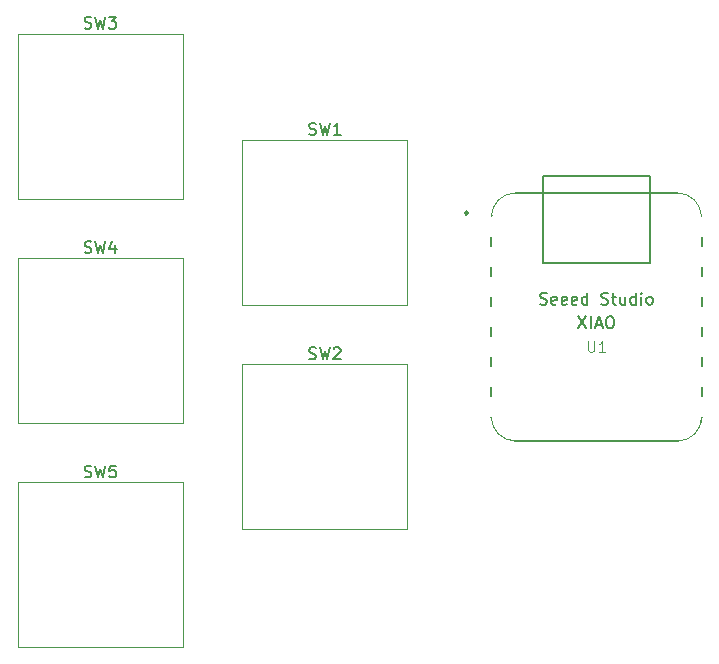
<source format=gbr>
%TF.GenerationSoftware,KiCad,Pcbnew,8.0.6*%
%TF.CreationDate,2024-10-22T13:33:25+08:00*%
%TF.ProjectId,Hackpad,4861636b-7061-4642-9e6b-696361645f70,rev?*%
%TF.SameCoordinates,Original*%
%TF.FileFunction,Legend,Top*%
%TF.FilePolarity,Positive*%
%FSLAX46Y46*%
G04 Gerber Fmt 4.6, Leading zero omitted, Abs format (unit mm)*
G04 Created by KiCad (PCBNEW 8.0.6) date 2024-10-22 13:33:25*
%MOMM*%
%LPD*%
G01*
G04 APERTURE LIST*
%ADD10C,0.150000*%
%ADD11C,0.101600*%
%ADD12C,0.120000*%
%ADD13C,0.127000*%
%ADD14C,0.254000*%
%ADD15C,0.025400*%
%ADD16C,1.700000*%
%ADD17C,4.000000*%
%ADD18C,2.200000*%
%ADD19R,3.500000X1.700000*%
%ADD20O,3.600000X1.700000*%
%ADD21O,3.700000X1.700000*%
G04 APERTURE END LIST*
D10*
X80666667Y-41533200D02*
X80809524Y-41580819D01*
X80809524Y-41580819D02*
X81047619Y-41580819D01*
X81047619Y-41580819D02*
X81142857Y-41533200D01*
X81142857Y-41533200D02*
X81190476Y-41485580D01*
X81190476Y-41485580D02*
X81238095Y-41390342D01*
X81238095Y-41390342D02*
X81238095Y-41295104D01*
X81238095Y-41295104D02*
X81190476Y-41199866D01*
X81190476Y-41199866D02*
X81142857Y-41152247D01*
X81142857Y-41152247D02*
X81047619Y-41104628D01*
X81047619Y-41104628D02*
X80857143Y-41057009D01*
X80857143Y-41057009D02*
X80761905Y-41009390D01*
X80761905Y-41009390D02*
X80714286Y-40961771D01*
X80714286Y-40961771D02*
X80666667Y-40866533D01*
X80666667Y-40866533D02*
X80666667Y-40771295D01*
X80666667Y-40771295D02*
X80714286Y-40676057D01*
X80714286Y-40676057D02*
X80761905Y-40628438D01*
X80761905Y-40628438D02*
X80857143Y-40580819D01*
X80857143Y-40580819D02*
X81095238Y-40580819D01*
X81095238Y-40580819D02*
X81238095Y-40628438D01*
X81571429Y-40580819D02*
X81809524Y-41580819D01*
X81809524Y-41580819D02*
X82000000Y-40866533D01*
X82000000Y-40866533D02*
X82190476Y-41580819D01*
X82190476Y-41580819D02*
X82428572Y-40580819D01*
X82714286Y-40580819D02*
X83333333Y-40580819D01*
X83333333Y-40580819D02*
X83000000Y-40961771D01*
X83000000Y-40961771D02*
X83142857Y-40961771D01*
X83142857Y-40961771D02*
X83238095Y-41009390D01*
X83238095Y-41009390D02*
X83285714Y-41057009D01*
X83285714Y-41057009D02*
X83333333Y-41152247D01*
X83333333Y-41152247D02*
X83333333Y-41390342D01*
X83333333Y-41390342D02*
X83285714Y-41485580D01*
X83285714Y-41485580D02*
X83238095Y-41533200D01*
X83238095Y-41533200D02*
X83142857Y-41580819D01*
X83142857Y-41580819D02*
X82857143Y-41580819D01*
X82857143Y-41580819D02*
X82761905Y-41533200D01*
X82761905Y-41533200D02*
X82714286Y-41485580D01*
D11*
X123322666Y-68056985D02*
X123322666Y-68776652D01*
X123322666Y-68776652D02*
X123365000Y-68861318D01*
X123365000Y-68861318D02*
X123407333Y-68903652D01*
X123407333Y-68903652D02*
X123492000Y-68945985D01*
X123492000Y-68945985D02*
X123661333Y-68945985D01*
X123661333Y-68945985D02*
X123746000Y-68903652D01*
X123746000Y-68903652D02*
X123788333Y-68861318D01*
X123788333Y-68861318D02*
X123830666Y-68776652D01*
X123830666Y-68776652D02*
X123830666Y-68056985D01*
X124719666Y-68945985D02*
X124211666Y-68945985D01*
X124465666Y-68945985D02*
X124465666Y-68056985D01*
X124465666Y-68056985D02*
X124380999Y-68183985D01*
X124380999Y-68183985D02*
X124296333Y-68268652D01*
X124296333Y-68268652D02*
X124211666Y-68310985D01*
D10*
X119238095Y-64907200D02*
X119380952Y-64954819D01*
X119380952Y-64954819D02*
X119619047Y-64954819D01*
X119619047Y-64954819D02*
X119714285Y-64907200D01*
X119714285Y-64907200D02*
X119761904Y-64859580D01*
X119761904Y-64859580D02*
X119809523Y-64764342D01*
X119809523Y-64764342D02*
X119809523Y-64669104D01*
X119809523Y-64669104D02*
X119761904Y-64573866D01*
X119761904Y-64573866D02*
X119714285Y-64526247D01*
X119714285Y-64526247D02*
X119619047Y-64478628D01*
X119619047Y-64478628D02*
X119428571Y-64431009D01*
X119428571Y-64431009D02*
X119333333Y-64383390D01*
X119333333Y-64383390D02*
X119285714Y-64335771D01*
X119285714Y-64335771D02*
X119238095Y-64240533D01*
X119238095Y-64240533D02*
X119238095Y-64145295D01*
X119238095Y-64145295D02*
X119285714Y-64050057D01*
X119285714Y-64050057D02*
X119333333Y-64002438D01*
X119333333Y-64002438D02*
X119428571Y-63954819D01*
X119428571Y-63954819D02*
X119666666Y-63954819D01*
X119666666Y-63954819D02*
X119809523Y-64002438D01*
X120619047Y-64907200D02*
X120523809Y-64954819D01*
X120523809Y-64954819D02*
X120333333Y-64954819D01*
X120333333Y-64954819D02*
X120238095Y-64907200D01*
X120238095Y-64907200D02*
X120190476Y-64811961D01*
X120190476Y-64811961D02*
X120190476Y-64431009D01*
X120190476Y-64431009D02*
X120238095Y-64335771D01*
X120238095Y-64335771D02*
X120333333Y-64288152D01*
X120333333Y-64288152D02*
X120523809Y-64288152D01*
X120523809Y-64288152D02*
X120619047Y-64335771D01*
X120619047Y-64335771D02*
X120666666Y-64431009D01*
X120666666Y-64431009D02*
X120666666Y-64526247D01*
X120666666Y-64526247D02*
X120190476Y-64621485D01*
X121476190Y-64907200D02*
X121380952Y-64954819D01*
X121380952Y-64954819D02*
X121190476Y-64954819D01*
X121190476Y-64954819D02*
X121095238Y-64907200D01*
X121095238Y-64907200D02*
X121047619Y-64811961D01*
X121047619Y-64811961D02*
X121047619Y-64431009D01*
X121047619Y-64431009D02*
X121095238Y-64335771D01*
X121095238Y-64335771D02*
X121190476Y-64288152D01*
X121190476Y-64288152D02*
X121380952Y-64288152D01*
X121380952Y-64288152D02*
X121476190Y-64335771D01*
X121476190Y-64335771D02*
X121523809Y-64431009D01*
X121523809Y-64431009D02*
X121523809Y-64526247D01*
X121523809Y-64526247D02*
X121047619Y-64621485D01*
X122333333Y-64907200D02*
X122238095Y-64954819D01*
X122238095Y-64954819D02*
X122047619Y-64954819D01*
X122047619Y-64954819D02*
X121952381Y-64907200D01*
X121952381Y-64907200D02*
X121904762Y-64811961D01*
X121904762Y-64811961D02*
X121904762Y-64431009D01*
X121904762Y-64431009D02*
X121952381Y-64335771D01*
X121952381Y-64335771D02*
X122047619Y-64288152D01*
X122047619Y-64288152D02*
X122238095Y-64288152D01*
X122238095Y-64288152D02*
X122333333Y-64335771D01*
X122333333Y-64335771D02*
X122380952Y-64431009D01*
X122380952Y-64431009D02*
X122380952Y-64526247D01*
X122380952Y-64526247D02*
X121904762Y-64621485D01*
X123238095Y-64954819D02*
X123238095Y-63954819D01*
X123238095Y-64907200D02*
X123142857Y-64954819D01*
X123142857Y-64954819D02*
X122952381Y-64954819D01*
X122952381Y-64954819D02*
X122857143Y-64907200D01*
X122857143Y-64907200D02*
X122809524Y-64859580D01*
X122809524Y-64859580D02*
X122761905Y-64764342D01*
X122761905Y-64764342D02*
X122761905Y-64478628D01*
X122761905Y-64478628D02*
X122809524Y-64383390D01*
X122809524Y-64383390D02*
X122857143Y-64335771D01*
X122857143Y-64335771D02*
X122952381Y-64288152D01*
X122952381Y-64288152D02*
X123142857Y-64288152D01*
X123142857Y-64288152D02*
X123238095Y-64335771D01*
X124428572Y-64907200D02*
X124571429Y-64954819D01*
X124571429Y-64954819D02*
X124809524Y-64954819D01*
X124809524Y-64954819D02*
X124904762Y-64907200D01*
X124904762Y-64907200D02*
X124952381Y-64859580D01*
X124952381Y-64859580D02*
X125000000Y-64764342D01*
X125000000Y-64764342D02*
X125000000Y-64669104D01*
X125000000Y-64669104D02*
X124952381Y-64573866D01*
X124952381Y-64573866D02*
X124904762Y-64526247D01*
X124904762Y-64526247D02*
X124809524Y-64478628D01*
X124809524Y-64478628D02*
X124619048Y-64431009D01*
X124619048Y-64431009D02*
X124523810Y-64383390D01*
X124523810Y-64383390D02*
X124476191Y-64335771D01*
X124476191Y-64335771D02*
X124428572Y-64240533D01*
X124428572Y-64240533D02*
X124428572Y-64145295D01*
X124428572Y-64145295D02*
X124476191Y-64050057D01*
X124476191Y-64050057D02*
X124523810Y-64002438D01*
X124523810Y-64002438D02*
X124619048Y-63954819D01*
X124619048Y-63954819D02*
X124857143Y-63954819D01*
X124857143Y-63954819D02*
X125000000Y-64002438D01*
X125285715Y-64288152D02*
X125666667Y-64288152D01*
X125428572Y-63954819D02*
X125428572Y-64811961D01*
X125428572Y-64811961D02*
X125476191Y-64907200D01*
X125476191Y-64907200D02*
X125571429Y-64954819D01*
X125571429Y-64954819D02*
X125666667Y-64954819D01*
X126428572Y-64288152D02*
X126428572Y-64954819D01*
X126000001Y-64288152D02*
X126000001Y-64811961D01*
X126000001Y-64811961D02*
X126047620Y-64907200D01*
X126047620Y-64907200D02*
X126142858Y-64954819D01*
X126142858Y-64954819D02*
X126285715Y-64954819D01*
X126285715Y-64954819D02*
X126380953Y-64907200D01*
X126380953Y-64907200D02*
X126428572Y-64859580D01*
X127333334Y-64954819D02*
X127333334Y-63954819D01*
X127333334Y-64907200D02*
X127238096Y-64954819D01*
X127238096Y-64954819D02*
X127047620Y-64954819D01*
X127047620Y-64954819D02*
X126952382Y-64907200D01*
X126952382Y-64907200D02*
X126904763Y-64859580D01*
X126904763Y-64859580D02*
X126857144Y-64764342D01*
X126857144Y-64764342D02*
X126857144Y-64478628D01*
X126857144Y-64478628D02*
X126904763Y-64383390D01*
X126904763Y-64383390D02*
X126952382Y-64335771D01*
X126952382Y-64335771D02*
X127047620Y-64288152D01*
X127047620Y-64288152D02*
X127238096Y-64288152D01*
X127238096Y-64288152D02*
X127333334Y-64335771D01*
X127809525Y-64954819D02*
X127809525Y-64288152D01*
X127809525Y-63954819D02*
X127761906Y-64002438D01*
X127761906Y-64002438D02*
X127809525Y-64050057D01*
X127809525Y-64050057D02*
X127857144Y-64002438D01*
X127857144Y-64002438D02*
X127809525Y-63954819D01*
X127809525Y-63954819D02*
X127809525Y-64050057D01*
X128428572Y-64954819D02*
X128333334Y-64907200D01*
X128333334Y-64907200D02*
X128285715Y-64859580D01*
X128285715Y-64859580D02*
X128238096Y-64764342D01*
X128238096Y-64764342D02*
X128238096Y-64478628D01*
X128238096Y-64478628D02*
X128285715Y-64383390D01*
X128285715Y-64383390D02*
X128333334Y-64335771D01*
X128333334Y-64335771D02*
X128428572Y-64288152D01*
X128428572Y-64288152D02*
X128571429Y-64288152D01*
X128571429Y-64288152D02*
X128666667Y-64335771D01*
X128666667Y-64335771D02*
X128714286Y-64383390D01*
X128714286Y-64383390D02*
X128761905Y-64478628D01*
X128761905Y-64478628D02*
X128761905Y-64764342D01*
X128761905Y-64764342D02*
X128714286Y-64859580D01*
X128714286Y-64859580D02*
X128666667Y-64907200D01*
X128666667Y-64907200D02*
X128571429Y-64954819D01*
X128571429Y-64954819D02*
X128428572Y-64954819D01*
X122476191Y-65954819D02*
X123142857Y-66954819D01*
X123142857Y-65954819D02*
X122476191Y-66954819D01*
X123523810Y-66954819D02*
X123523810Y-65954819D01*
X123952381Y-66669104D02*
X124428571Y-66669104D01*
X123857143Y-66954819D02*
X124190476Y-65954819D01*
X124190476Y-65954819D02*
X124523809Y-66954819D01*
X125047619Y-65954819D02*
X125238095Y-65954819D01*
X125238095Y-65954819D02*
X125333333Y-66002438D01*
X125333333Y-66002438D02*
X125428571Y-66097676D01*
X125428571Y-66097676D02*
X125476190Y-66288152D01*
X125476190Y-66288152D02*
X125476190Y-66621485D01*
X125476190Y-66621485D02*
X125428571Y-66811961D01*
X125428571Y-66811961D02*
X125333333Y-66907200D01*
X125333333Y-66907200D02*
X125238095Y-66954819D01*
X125238095Y-66954819D02*
X125047619Y-66954819D01*
X125047619Y-66954819D02*
X124952381Y-66907200D01*
X124952381Y-66907200D02*
X124857143Y-66811961D01*
X124857143Y-66811961D02*
X124809524Y-66621485D01*
X124809524Y-66621485D02*
X124809524Y-66288152D01*
X124809524Y-66288152D02*
X124857143Y-66097676D01*
X124857143Y-66097676D02*
X124952381Y-66002438D01*
X124952381Y-66002438D02*
X125047619Y-65954819D01*
X99666667Y-50533200D02*
X99809524Y-50580819D01*
X99809524Y-50580819D02*
X100047619Y-50580819D01*
X100047619Y-50580819D02*
X100142857Y-50533200D01*
X100142857Y-50533200D02*
X100190476Y-50485580D01*
X100190476Y-50485580D02*
X100238095Y-50390342D01*
X100238095Y-50390342D02*
X100238095Y-50295104D01*
X100238095Y-50295104D02*
X100190476Y-50199866D01*
X100190476Y-50199866D02*
X100142857Y-50152247D01*
X100142857Y-50152247D02*
X100047619Y-50104628D01*
X100047619Y-50104628D02*
X99857143Y-50057009D01*
X99857143Y-50057009D02*
X99761905Y-50009390D01*
X99761905Y-50009390D02*
X99714286Y-49961771D01*
X99714286Y-49961771D02*
X99666667Y-49866533D01*
X99666667Y-49866533D02*
X99666667Y-49771295D01*
X99666667Y-49771295D02*
X99714286Y-49676057D01*
X99714286Y-49676057D02*
X99761905Y-49628438D01*
X99761905Y-49628438D02*
X99857143Y-49580819D01*
X99857143Y-49580819D02*
X100095238Y-49580819D01*
X100095238Y-49580819D02*
X100238095Y-49628438D01*
X100571429Y-49580819D02*
X100809524Y-50580819D01*
X100809524Y-50580819D02*
X101000000Y-49866533D01*
X101000000Y-49866533D02*
X101190476Y-50580819D01*
X101190476Y-50580819D02*
X101428572Y-49580819D01*
X102333333Y-50580819D02*
X101761905Y-50580819D01*
X102047619Y-50580819D02*
X102047619Y-49580819D01*
X102047619Y-49580819D02*
X101952381Y-49723676D01*
X101952381Y-49723676D02*
X101857143Y-49818914D01*
X101857143Y-49818914D02*
X101761905Y-49866533D01*
X80666667Y-79533200D02*
X80809524Y-79580819D01*
X80809524Y-79580819D02*
X81047619Y-79580819D01*
X81047619Y-79580819D02*
X81142857Y-79533200D01*
X81142857Y-79533200D02*
X81190476Y-79485580D01*
X81190476Y-79485580D02*
X81238095Y-79390342D01*
X81238095Y-79390342D02*
X81238095Y-79295104D01*
X81238095Y-79295104D02*
X81190476Y-79199866D01*
X81190476Y-79199866D02*
X81142857Y-79152247D01*
X81142857Y-79152247D02*
X81047619Y-79104628D01*
X81047619Y-79104628D02*
X80857143Y-79057009D01*
X80857143Y-79057009D02*
X80761905Y-79009390D01*
X80761905Y-79009390D02*
X80714286Y-78961771D01*
X80714286Y-78961771D02*
X80666667Y-78866533D01*
X80666667Y-78866533D02*
X80666667Y-78771295D01*
X80666667Y-78771295D02*
X80714286Y-78676057D01*
X80714286Y-78676057D02*
X80761905Y-78628438D01*
X80761905Y-78628438D02*
X80857143Y-78580819D01*
X80857143Y-78580819D02*
X81095238Y-78580819D01*
X81095238Y-78580819D02*
X81238095Y-78628438D01*
X81571429Y-78580819D02*
X81809524Y-79580819D01*
X81809524Y-79580819D02*
X82000000Y-78866533D01*
X82000000Y-78866533D02*
X82190476Y-79580819D01*
X82190476Y-79580819D02*
X82428572Y-78580819D01*
X83285714Y-78580819D02*
X82809524Y-78580819D01*
X82809524Y-78580819D02*
X82761905Y-79057009D01*
X82761905Y-79057009D02*
X82809524Y-79009390D01*
X82809524Y-79009390D02*
X82904762Y-78961771D01*
X82904762Y-78961771D02*
X83142857Y-78961771D01*
X83142857Y-78961771D02*
X83238095Y-79009390D01*
X83238095Y-79009390D02*
X83285714Y-79057009D01*
X83285714Y-79057009D02*
X83333333Y-79152247D01*
X83333333Y-79152247D02*
X83333333Y-79390342D01*
X83333333Y-79390342D02*
X83285714Y-79485580D01*
X83285714Y-79485580D02*
X83238095Y-79533200D01*
X83238095Y-79533200D02*
X83142857Y-79580819D01*
X83142857Y-79580819D02*
X82904762Y-79580819D01*
X82904762Y-79580819D02*
X82809524Y-79533200D01*
X82809524Y-79533200D02*
X82761905Y-79485580D01*
X99666667Y-69533200D02*
X99809524Y-69580819D01*
X99809524Y-69580819D02*
X100047619Y-69580819D01*
X100047619Y-69580819D02*
X100142857Y-69533200D01*
X100142857Y-69533200D02*
X100190476Y-69485580D01*
X100190476Y-69485580D02*
X100238095Y-69390342D01*
X100238095Y-69390342D02*
X100238095Y-69295104D01*
X100238095Y-69295104D02*
X100190476Y-69199866D01*
X100190476Y-69199866D02*
X100142857Y-69152247D01*
X100142857Y-69152247D02*
X100047619Y-69104628D01*
X100047619Y-69104628D02*
X99857143Y-69057009D01*
X99857143Y-69057009D02*
X99761905Y-69009390D01*
X99761905Y-69009390D02*
X99714286Y-68961771D01*
X99714286Y-68961771D02*
X99666667Y-68866533D01*
X99666667Y-68866533D02*
X99666667Y-68771295D01*
X99666667Y-68771295D02*
X99714286Y-68676057D01*
X99714286Y-68676057D02*
X99761905Y-68628438D01*
X99761905Y-68628438D02*
X99857143Y-68580819D01*
X99857143Y-68580819D02*
X100095238Y-68580819D01*
X100095238Y-68580819D02*
X100238095Y-68628438D01*
X100571429Y-68580819D02*
X100809524Y-69580819D01*
X100809524Y-69580819D02*
X101000000Y-68866533D01*
X101000000Y-68866533D02*
X101190476Y-69580819D01*
X101190476Y-69580819D02*
X101428572Y-68580819D01*
X101761905Y-68676057D02*
X101809524Y-68628438D01*
X101809524Y-68628438D02*
X101904762Y-68580819D01*
X101904762Y-68580819D02*
X102142857Y-68580819D01*
X102142857Y-68580819D02*
X102238095Y-68628438D01*
X102238095Y-68628438D02*
X102285714Y-68676057D01*
X102285714Y-68676057D02*
X102333333Y-68771295D01*
X102333333Y-68771295D02*
X102333333Y-68866533D01*
X102333333Y-68866533D02*
X102285714Y-69009390D01*
X102285714Y-69009390D02*
X101714286Y-69580819D01*
X101714286Y-69580819D02*
X102333333Y-69580819D01*
X80666667Y-60533200D02*
X80809524Y-60580819D01*
X80809524Y-60580819D02*
X81047619Y-60580819D01*
X81047619Y-60580819D02*
X81142857Y-60533200D01*
X81142857Y-60533200D02*
X81190476Y-60485580D01*
X81190476Y-60485580D02*
X81238095Y-60390342D01*
X81238095Y-60390342D02*
X81238095Y-60295104D01*
X81238095Y-60295104D02*
X81190476Y-60199866D01*
X81190476Y-60199866D02*
X81142857Y-60152247D01*
X81142857Y-60152247D02*
X81047619Y-60104628D01*
X81047619Y-60104628D02*
X80857143Y-60057009D01*
X80857143Y-60057009D02*
X80761905Y-60009390D01*
X80761905Y-60009390D02*
X80714286Y-59961771D01*
X80714286Y-59961771D02*
X80666667Y-59866533D01*
X80666667Y-59866533D02*
X80666667Y-59771295D01*
X80666667Y-59771295D02*
X80714286Y-59676057D01*
X80714286Y-59676057D02*
X80761905Y-59628438D01*
X80761905Y-59628438D02*
X80857143Y-59580819D01*
X80857143Y-59580819D02*
X81095238Y-59580819D01*
X81095238Y-59580819D02*
X81238095Y-59628438D01*
X81571429Y-59580819D02*
X81809524Y-60580819D01*
X81809524Y-60580819D02*
X82000000Y-59866533D01*
X82000000Y-59866533D02*
X82190476Y-60580819D01*
X82190476Y-60580819D02*
X82428572Y-59580819D01*
X83238095Y-59914152D02*
X83238095Y-60580819D01*
X83000000Y-59533200D02*
X82761905Y-60247485D01*
X82761905Y-60247485D02*
X83380952Y-60247485D01*
D12*
%TO.C,SW3*%
X75015000Y-42015000D02*
X88985000Y-42015000D01*
X75015000Y-55985000D02*
X75015000Y-42015000D01*
X88985000Y-42015000D02*
X88985000Y-55985000D01*
X88985000Y-55985000D02*
X75015000Y-55985000D01*
D13*
%TO.C,U1*%
X115100000Y-57500000D02*
X115100000Y-74500000D01*
X117100000Y-76500000D02*
X130900000Y-76500000D01*
X119500000Y-54075970D02*
X128500000Y-54075970D01*
X119500000Y-61429270D02*
X119500000Y-54075970D01*
X128500000Y-54075970D02*
X128500000Y-61429270D01*
X128500000Y-61429270D02*
X119500000Y-61429270D01*
X130900000Y-55500910D02*
X117100000Y-55500910D01*
X132900000Y-74500000D02*
X132900000Y-57500000D01*
D12*
X115100000Y-57500000D02*
G75*
G02*
X117100000Y-55500000I2044612J-44612D01*
G01*
X117100000Y-76500000D02*
G75*
G02*
X115100000Y-74500000I44857J2044857D01*
G01*
X130900000Y-55500000D02*
G75*
G02*
X132900000Y-57500000I-44600J-2044600D01*
G01*
X132900000Y-74500000D02*
G75*
G02*
X130900000Y-76500000I-2000000J0D01*
G01*
D14*
X113127000Y-57200000D02*
G75*
G02*
X112873000Y-57200000I-127000J0D01*
G01*
X112873000Y-57200000D02*
G75*
G02*
X113127000Y-57200000I127000J0D01*
G01*
D15*
X115112285Y-57438295D02*
X115115333Y-57389527D01*
X115119397Y-57340506D01*
X115112285Y-57438295D01*
X132887713Y-74570850D02*
X132884665Y-74619618D01*
X132880601Y-74668639D01*
X132875268Y-74717407D01*
X132868664Y-74766175D01*
X132861044Y-74814690D01*
X132852153Y-74862950D01*
X132842248Y-74910955D01*
X132889492Y-74521574D01*
X132887713Y-74570850D01*
D12*
%TO.C,SW1*%
X94015000Y-51015000D02*
X107985000Y-51015000D01*
X94015000Y-64985000D02*
X94015000Y-51015000D01*
X107985000Y-51015000D02*
X107985000Y-64985000D01*
X107985000Y-64985000D02*
X94015000Y-64985000D01*
%TO.C,SW5*%
X75015000Y-80015000D02*
X88985000Y-80015000D01*
X75015000Y-93985000D02*
X75015000Y-80015000D01*
X88985000Y-80015000D02*
X88985000Y-93985000D01*
X88985000Y-93985000D02*
X75015000Y-93985000D01*
%TO.C,SW2*%
X94015000Y-70015000D02*
X107985000Y-70015000D01*
X94015000Y-83985000D02*
X94015000Y-70015000D01*
X107985000Y-70015000D02*
X107985000Y-83985000D01*
X107985000Y-83985000D02*
X94015000Y-83985000D01*
%TO.C,SW4*%
X75015000Y-61015000D02*
X88985000Y-61015000D01*
X75015000Y-74985000D02*
X75015000Y-61015000D01*
X88985000Y-61015000D02*
X88985000Y-74985000D01*
X88985000Y-74985000D02*
X75015000Y-74985000D01*
%TD*%
%LPC*%
D16*
%TO.C,SW3*%
X76920000Y-49000000D03*
D17*
X82000000Y-49000000D03*
D16*
X87080000Y-49000000D03*
D18*
X84540000Y-43920000D03*
X78190000Y-46460000D03*
%TD*%
D19*
%TO.C,U1*%
X115375000Y-58380000D03*
D20*
X115375000Y-60920000D03*
X115375000Y-63460000D03*
X115375000Y-66000000D03*
X115375000Y-68540000D03*
X115375000Y-71080000D03*
X115375000Y-73620000D03*
X132625000Y-73620000D03*
X132625000Y-71080000D03*
X132625000Y-68540000D03*
D21*
X132625000Y-66000000D03*
X132625000Y-63460000D03*
X132625000Y-60920000D03*
X132625000Y-58380000D03*
%TD*%
D16*
%TO.C,SW1*%
X95920000Y-58000000D03*
D17*
X101000000Y-58000000D03*
D16*
X106080000Y-58000000D03*
D18*
X103540000Y-52920000D03*
X97190000Y-55460000D03*
%TD*%
D16*
%TO.C,SW5*%
X76920000Y-87000000D03*
D17*
X82000000Y-87000000D03*
D16*
X87080000Y-87000000D03*
D18*
X84540000Y-81920000D03*
X78190000Y-84460000D03*
%TD*%
D16*
%TO.C,SW2*%
X95920000Y-77000000D03*
D17*
X101000000Y-77000000D03*
D16*
X106080000Y-77000000D03*
D18*
X103540000Y-71920000D03*
X97190000Y-74460000D03*
%TD*%
D16*
%TO.C,SW4*%
X76920000Y-68000000D03*
D17*
X82000000Y-68000000D03*
D16*
X87080000Y-68000000D03*
D18*
X84540000Y-62920000D03*
X78190000Y-65460000D03*
%TD*%
%LPD*%
M02*

</source>
